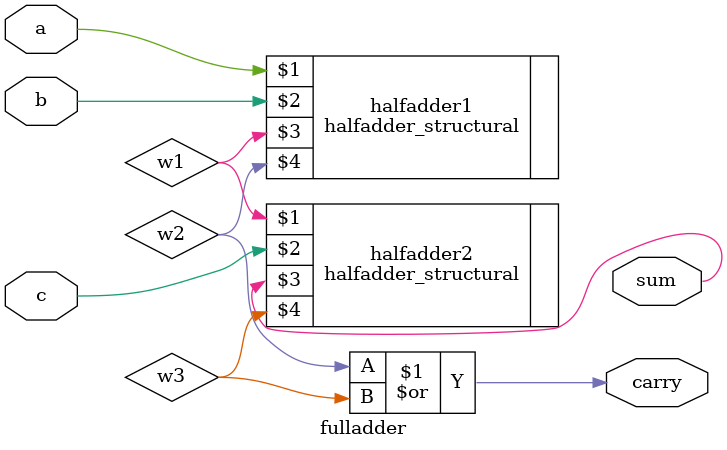
<source format=v>
module fulladder(a,b,c,sum,carry);

input a,b,c;  //inputs
output sum,carry;  //outputs
wire w1,w2,w3;

halfadder_structural halfadder1 (a,b,w1,w2);
halfadder_structural halfadder2 (w1,c,sum,w3);
or or1(carry,w2,w3);

endmodule

</source>
